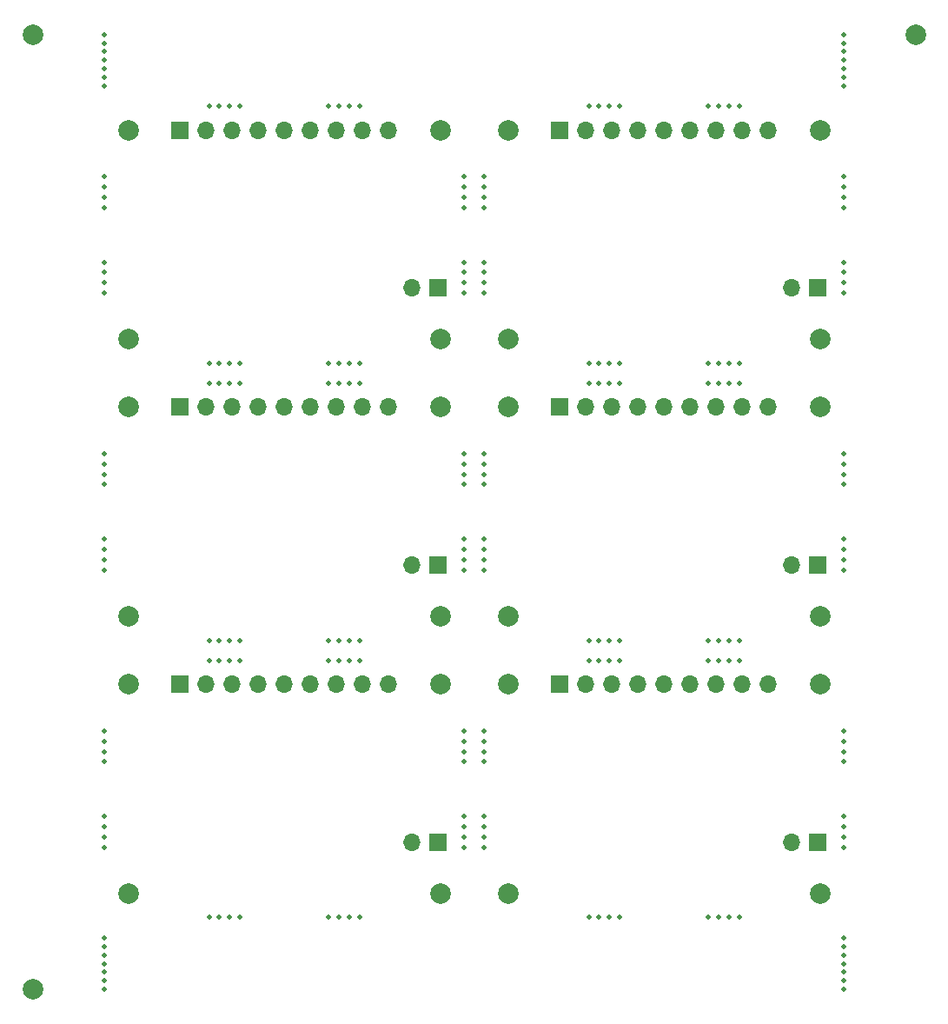
<source format=gbr>
%TF.GenerationSoftware,KiCad,Pcbnew,8.0.3*%
%TF.CreationDate,2024-12-25T16:19:31+08:00*%
%TF.ProjectId,ICM-42688_Panelized,49434d2d-3432-4363-9838-5f50616e656c,rev?*%
%TF.SameCoordinates,Original*%
%TF.FileFunction,Soldermask,Bot*%
%TF.FilePolarity,Negative*%
%FSLAX46Y46*%
G04 Gerber Fmt 4.6, Leading zero omitted, Abs format (unit mm)*
G04 Created by KiCad (PCBNEW 8.0.3) date 2024-12-25 16:19:31*
%MOMM*%
%LPD*%
G01*
G04 APERTURE LIST*
%ADD10C,0.500000*%
%ADD11R,1.700000X1.700000*%
%ADD12O,1.700000X1.700000*%
%ADD13C,2.000000*%
%ADD14C,1.000000*%
G04 APERTURE END LIST*
D10*
%TO.C,KiKit_MB_23_3*%
X123666667Y-79000000D03*
%TD*%
D11*
%TO.C,JP1*%
X182010000Y-71700000D03*
D12*
X179470000Y-71700000D03*
%TD*%
D10*
%TO.C,KiKit_MB_8_1*%
X137333333Y-52000000D03*
%TD*%
%TO.C,KiKit_MB_33_3*%
X112500000Y-88833333D03*
%TD*%
%TO.C,KiKit_MB_13_2*%
X160666666Y-27000000D03*
%TD*%
%TO.C,KiKit_MB_52_3*%
X184500000Y-109666666D03*
%TD*%
%TO.C,KiKit_MB_51_1*%
X112500000Y-108000000D03*
%TD*%
%TO.C,KiKit_MB_25_3*%
X149500000Y-61833333D03*
%TD*%
%TO.C,KiKit_MB_12_2*%
X184500000Y-43166666D03*
%TD*%
%TO.C,KiKit_MB_46_3*%
X173333333Y-81000000D03*
%TD*%
%TO.C,KiKit_MB_16_2*%
X173333333Y-52000000D03*
%TD*%
%TO.C,KiKit_MB_18_3*%
X112500000Y-70166666D03*
%TD*%
%TO.C,KiKit_MB_8_4*%
X134333333Y-52000000D03*
%TD*%
%TO.C,KiKit_MB_17_2*%
X112500000Y-62833333D03*
%TD*%
%TO.C,KiKit_MB_17_4*%
X112500000Y-60833333D03*
%TD*%
D13*
%TO.C,H4*%
X114800000Y-49700000D03*
%TD*%
D10*
%TO.C,KiKit_MB_9_1*%
X149500000Y-36833334D03*
%TD*%
%TO.C,KiKit_MB_12_3*%
X184500000Y-44166666D03*
%TD*%
%TO.C,KiKit_MB_15_4*%
X159666666Y-52000000D03*
%TD*%
%TO.C,KiKit_MB_52_5*%
X184500000Y-111333333D03*
%TD*%
%TO.C,KiKit_MB_32_2*%
X173333333Y-79000000D03*
%TD*%
%TO.C,KiKit_MB_9_4*%
X149500000Y-33833334D03*
%TD*%
%TO.C,KiKit_MB_22_1*%
X134333333Y-54000000D03*
%TD*%
%TO.C,KiKit_MB_22_2*%
X135333333Y-54000000D03*
%TD*%
%TO.C,KiKit_MB_7_4*%
X122666667Y-52000000D03*
%TD*%
%TO.C,KiKit_MB_11_2*%
X184500000Y-34833334D03*
%TD*%
D11*
%TO.C,JP1*%
X145010000Y-71700000D03*
D12*
X142470000Y-71700000D03*
%TD*%
D10*
%TO.C,KiKit_MB_33_2*%
X112500000Y-89833333D03*
%TD*%
D13*
%TO.C,H3*%
X182200000Y-103700000D03*
%TD*%
D10*
%TO.C,KiKit_MB_44_1*%
X184500000Y-96166666D03*
%TD*%
%TO.C,KiKit_MB_24_2*%
X136333333Y-79000000D03*
%TD*%
D13*
%TO.C,H1*%
X151800000Y-83300000D03*
%TD*%
D10*
%TO.C,KiKit_MB_17_3*%
X112500000Y-61833333D03*
%TD*%
%TO.C,KiKit_MB_34_4*%
X112500000Y-96166666D03*
%TD*%
%TO.C,KiKit_MB_19_1*%
X147500000Y-60833333D03*
%TD*%
%TO.C,KiKit_MB_49_2*%
X112500000Y-20833334D03*
%TD*%
%TO.C,KiKit_MB_8_2*%
X136333333Y-52000000D03*
%TD*%
%TO.C,KiKit_MB_28_2*%
X184500000Y-70166666D03*
%TD*%
%TO.C,KiKit_MB_49_6*%
X112500000Y-24166667D03*
%TD*%
%TO.C,KiKit_MB_15_1*%
X162666666Y-52000000D03*
%TD*%
%TO.C,KiKit_MB_47_3*%
X160666666Y-106000000D03*
%TD*%
%TO.C,KiKit_MB_3_3*%
X147500000Y-35833334D03*
%TD*%
%TO.C,KiKit_MB_16_4*%
X171333333Y-52000000D03*
%TD*%
%TO.C,KiKit_MB_14_4*%
X174333333Y-27000000D03*
%TD*%
%TO.C,KiKit_MB_52_4*%
X184500000Y-110500000D03*
%TD*%
%TO.C,KiKit_MB_45_3*%
X161666666Y-81000000D03*
%TD*%
%TO.C,KiKit_MB_35_2*%
X147500000Y-88833333D03*
%TD*%
%TO.C,KiKit_MB_52_1*%
X184500000Y-108000000D03*
%TD*%
D13*
%TO.C,H2*%
X182200000Y-29300000D03*
%TD*%
D10*
%TO.C,KiKit_MB_9_2*%
X149500000Y-35833334D03*
%TD*%
%TO.C,KiKit_MB_12_1*%
X184500000Y-42166666D03*
%TD*%
D13*
%TO.C,H1*%
X151800000Y-29300000D03*
%TD*%
D11*
%TO.C,JP1*%
X182010000Y-98700000D03*
D12*
X179470000Y-98700000D03*
%TD*%
D10*
%TO.C,KiKit_MB_18_4*%
X112500000Y-69166666D03*
%TD*%
%TO.C,KiKit_MB_35_1*%
X147500000Y-87833333D03*
%TD*%
D13*
%TO.C,H2*%
X145200000Y-29300000D03*
%TD*%
D10*
%TO.C,KiKit_MB_16_1*%
X174333333Y-52000000D03*
%TD*%
D11*
%TO.C,J1*%
X156850000Y-56300000D03*
D12*
X159390000Y-56300000D03*
X161930000Y-56300000D03*
X164470000Y-56300000D03*
X167010000Y-56300000D03*
X169550000Y-56300000D03*
X172090000Y-56300000D03*
X174630000Y-56300000D03*
X177170000Y-56300000D03*
%TD*%
D10*
%TO.C,KiKit_MB_29_1*%
X159666666Y-54000000D03*
%TD*%
D11*
%TO.C,J1*%
X119850000Y-83300000D03*
D12*
X122390000Y-83300000D03*
X124930000Y-83300000D03*
X127470000Y-83300000D03*
X130010000Y-83300000D03*
X132550000Y-83300000D03*
X135090000Y-83300000D03*
X137630000Y-83300000D03*
X140170000Y-83300000D03*
%TD*%
D10*
%TO.C,KiKit_MB_46_1*%
X171333333Y-81000000D03*
%TD*%
%TO.C,KiKit_MB_4_3*%
X147500000Y-44166666D03*
%TD*%
%TO.C,KiKit_MB_6_4*%
X137333333Y-27000000D03*
%TD*%
%TO.C,KiKit_MB_2_4*%
X112500000Y-42166666D03*
%TD*%
D13*
%TO.C,H2*%
X182200000Y-56300000D03*
%TD*%
D10*
%TO.C,KiKit_MB_20_2*%
X147500000Y-70166666D03*
%TD*%
%TO.C,KiKit_MB_3_2*%
X147500000Y-34833334D03*
%TD*%
%TO.C,KiKit_MB_25_1*%
X149500000Y-63833333D03*
%TD*%
%TO.C,KiKit_MB_22_4*%
X137333333Y-54000000D03*
%TD*%
D11*
%TO.C,J1*%
X119850000Y-56300000D03*
D12*
X122390000Y-56300000D03*
X124930000Y-56300000D03*
X127470000Y-56300000D03*
X130010000Y-56300000D03*
X132550000Y-56300000D03*
X135090000Y-56300000D03*
X137630000Y-56300000D03*
X140170000Y-56300000D03*
%TD*%
D10*
%TO.C,KiKit_MB_48_3*%
X172333333Y-106000000D03*
%TD*%
%TO.C,KiKit_MB_49_5*%
X112500000Y-23333334D03*
%TD*%
%TO.C,KiKit_MB_15_3*%
X160666666Y-52000000D03*
%TD*%
%TO.C,KiKit_MB_47_1*%
X162666666Y-106000000D03*
%TD*%
%TO.C,KiKit_MB_1_3*%
X112500000Y-34833334D03*
%TD*%
%TO.C,KiKit_MB_42_2*%
X149500000Y-98166666D03*
%TD*%
D13*
%TO.C,KiKit_TO_3*%
X105500000Y-113000000D03*
%TD*%
D10*
%TO.C,KiKit_MB_50_4*%
X184500000Y-22500000D03*
%TD*%
%TO.C,KiKit_MB_24_4*%
X134333333Y-79000000D03*
%TD*%
%TO.C,KiKit_MB_20_3*%
X147500000Y-71166666D03*
%TD*%
D13*
%TO.C,H4*%
X114800000Y-103700000D03*
%TD*%
D10*
%TO.C,KiKit_MB_26_3*%
X149500000Y-70166666D03*
%TD*%
D13*
%TO.C,H1*%
X151800000Y-56300000D03*
%TD*%
D10*
%TO.C,KiKit_MB_13_3*%
X161666666Y-27000000D03*
%TD*%
%TO.C,KiKit_MB_29_3*%
X161666666Y-54000000D03*
%TD*%
%TO.C,KiKit_MB_40_3*%
X135333333Y-106000000D03*
%TD*%
%TO.C,KiKit_MB_40_4*%
X134333333Y-106000000D03*
%TD*%
%TO.C,KiKit_MB_43_4*%
X184500000Y-90833333D03*
%TD*%
%TO.C,KiKit_MB_52_2*%
X184500000Y-108833333D03*
%TD*%
%TO.C,KiKit_MB_21_4*%
X125666667Y-54000000D03*
%TD*%
%TO.C,KiKit_MB_39_1*%
X125666667Y-106000000D03*
%TD*%
%TO.C,KiKit_MB_29_4*%
X162666666Y-54000000D03*
%TD*%
D13*
%TO.C,H4*%
X151800000Y-103700000D03*
%TD*%
D10*
%TO.C,KiKit_MB_43_2*%
X184500000Y-88833333D03*
%TD*%
%TO.C,KiKit_MB_42_3*%
X149500000Y-97166666D03*
%TD*%
%TO.C,KiKit_MB_20_4*%
X147500000Y-72166666D03*
%TD*%
%TO.C,KiKit_MB_3_1*%
X147500000Y-33833334D03*
%TD*%
%TO.C,KiKit_MB_4_1*%
X147500000Y-42166666D03*
%TD*%
%TO.C,KiKit_MB_36_3*%
X147500000Y-98166666D03*
%TD*%
%TO.C,KiKit_MB_50_6*%
X184500000Y-24166667D03*
%TD*%
%TO.C,KiKit_MB_4_4*%
X147500000Y-45166666D03*
%TD*%
D13*
%TO.C,H3*%
X145200000Y-76700000D03*
%TD*%
D11*
%TO.C,JP1*%
X145010000Y-44700000D03*
D12*
X142470000Y-44700000D03*
%TD*%
D10*
%TO.C,KiKit_MB_10_3*%
X149500000Y-43166666D03*
%TD*%
D13*
%TO.C,H3*%
X182200000Y-76700000D03*
%TD*%
D11*
%TO.C,J1*%
X156850000Y-83300000D03*
D12*
X159390000Y-83300000D03*
X161930000Y-83300000D03*
X164470000Y-83300000D03*
X167010000Y-83300000D03*
X169550000Y-83300000D03*
X172090000Y-83300000D03*
X174630000Y-83300000D03*
X177170000Y-83300000D03*
%TD*%
D10*
%TO.C,KiKit_MB_2_2*%
X112500000Y-44166666D03*
%TD*%
%TO.C,KiKit_MB_18_2*%
X112500000Y-71166666D03*
%TD*%
%TO.C,KiKit_MB_43_3*%
X184500000Y-89833333D03*
%TD*%
%TO.C,KiKit_MB_19_2*%
X147500000Y-61833333D03*
%TD*%
%TO.C,KiKit_MB_21_1*%
X122666667Y-54000000D03*
%TD*%
%TO.C,KiKit_MB_7_1*%
X125666667Y-52000000D03*
%TD*%
%TO.C,KiKit_MB_46_4*%
X174333333Y-81000000D03*
%TD*%
%TO.C,KiKit_MB_44_4*%
X184500000Y-99166666D03*
%TD*%
%TO.C,KiKit_MB_21_3*%
X124666667Y-54000000D03*
%TD*%
%TO.C,KiKit_MB_31_3*%
X160666666Y-79000000D03*
%TD*%
%TO.C,KiKit_MB_40_2*%
X136333333Y-106000000D03*
%TD*%
%TO.C,KiKit_MB_24_3*%
X135333333Y-79000000D03*
%TD*%
D13*
%TO.C,H4*%
X151800000Y-49700000D03*
%TD*%
D10*
%TO.C,KiKit_MB_21_2*%
X123666667Y-54000000D03*
%TD*%
%TO.C,KiKit_MB_51_4*%
X112500000Y-110500000D03*
%TD*%
%TO.C,KiKit_MB_25_4*%
X149500000Y-60833333D03*
%TD*%
D13*
%TO.C,KiKit_TO_1*%
X105500000Y-20000000D03*
%TD*%
D10*
%TO.C,KiKit_MB_18_1*%
X112500000Y-72166666D03*
%TD*%
%TO.C,KiKit_MB_7_3*%
X123666667Y-52000000D03*
%TD*%
%TO.C,KiKit_MB_14_2*%
X172333333Y-27000000D03*
%TD*%
%TO.C,KiKit_MB_26_1*%
X149500000Y-72166666D03*
%TD*%
%TO.C,KiKit_MB_19_3*%
X147500000Y-62833333D03*
%TD*%
D13*
%TO.C,H1*%
X114800000Y-56300000D03*
%TD*%
D10*
%TO.C,KiKit_MB_30_4*%
X174333333Y-54000000D03*
%TD*%
%TO.C,KiKit_MB_27_2*%
X184500000Y-61833333D03*
%TD*%
%TO.C,KiKit_MB_50_2*%
X184500000Y-20833334D03*
%TD*%
%TO.C,KiKit_MB_15_2*%
X161666666Y-52000000D03*
%TD*%
D11*
%TO.C,J1*%
X119850000Y-29300000D03*
D12*
X122390000Y-29300000D03*
X124930000Y-29300000D03*
X127470000Y-29300000D03*
X130010000Y-29300000D03*
X132550000Y-29300000D03*
X135090000Y-29300000D03*
X137630000Y-29300000D03*
X140170000Y-29300000D03*
%TD*%
D10*
%TO.C,KiKit_MB_13_1*%
X159666666Y-27000000D03*
%TD*%
%TO.C,KiKit_MB_5_4*%
X125666667Y-27000000D03*
%TD*%
%TO.C,KiKit_MB_34_2*%
X112500000Y-98166666D03*
%TD*%
%TO.C,KiKit_MB_44_2*%
X184500000Y-97166666D03*
%TD*%
%TO.C,KiKit_MB_11_3*%
X184500000Y-35833334D03*
%TD*%
%TO.C,KiKit_MB_11_1*%
X184500000Y-33833334D03*
%TD*%
%TO.C,KiKit_MB_5_1*%
X122666667Y-27000000D03*
%TD*%
%TO.C,KiKit_MB_24_1*%
X137333333Y-79000000D03*
%TD*%
%TO.C,KiKit_MB_1_1*%
X112500000Y-36833334D03*
%TD*%
%TO.C,KiKit_MB_2_3*%
X112500000Y-43166666D03*
%TD*%
%TO.C,KiKit_MB_51_6*%
X112500000Y-112166666D03*
%TD*%
%TO.C,KiKit_MB_11_4*%
X184500000Y-36833334D03*
%TD*%
%TO.C,KiKit_MB_51_7*%
X112500000Y-113000000D03*
%TD*%
%TO.C,KiKit_MB_38_1*%
X134333333Y-81000000D03*
%TD*%
%TO.C,KiKit_MB_37_2*%
X123666667Y-81000000D03*
%TD*%
%TO.C,KiKit_MB_41_3*%
X149500000Y-88833333D03*
%TD*%
%TO.C,KiKit_MB_49_1*%
X112500000Y-20000000D03*
%TD*%
%TO.C,KiKit_MB_26_4*%
X149500000Y-69166666D03*
%TD*%
%TO.C,KiKit_MB_36_2*%
X147500000Y-97166666D03*
%TD*%
%TO.C,KiKit_MB_27_4*%
X184500000Y-63833333D03*
%TD*%
%TO.C,KiKit_MB_43_1*%
X184500000Y-87833333D03*
%TD*%
%TO.C,KiKit_MB_8_3*%
X135333333Y-52000000D03*
%TD*%
%TO.C,KiKit_MB_2_1*%
X112500000Y-45166666D03*
%TD*%
%TO.C,KiKit_MB_32_4*%
X171333333Y-79000000D03*
%TD*%
D13*
%TO.C,H4*%
X114800000Y-76700000D03*
%TD*%
%TO.C,H3*%
X145200000Y-103700000D03*
%TD*%
D10*
%TO.C,KiKit_MB_14_1*%
X171333333Y-27000000D03*
%TD*%
%TO.C,KiKit_MB_41_2*%
X149500000Y-89833333D03*
%TD*%
D13*
%TO.C,H1*%
X114800000Y-83300000D03*
%TD*%
D10*
%TO.C,KiKit_MB_39_3*%
X123666667Y-106000000D03*
%TD*%
%TO.C,KiKit_MB_38_4*%
X137333333Y-81000000D03*
%TD*%
%TO.C,KiKit_MB_16_3*%
X172333333Y-52000000D03*
%TD*%
%TO.C,KiKit_MB_42_1*%
X149500000Y-99166666D03*
%TD*%
%TO.C,KiKit_MB_47_2*%
X161666666Y-106000000D03*
%TD*%
%TO.C,KiKit_MB_45_4*%
X162666666Y-81000000D03*
%TD*%
%TO.C,KiKit_MB_52_7*%
X184500000Y-113000000D03*
%TD*%
%TO.C,KiKit_MB_37_4*%
X125666667Y-81000000D03*
%TD*%
%TO.C,KiKit_MB_10_1*%
X149500000Y-45166666D03*
%TD*%
%TO.C,KiKit_MB_41_1*%
X149500000Y-90833333D03*
%TD*%
%TO.C,KiKit_MB_10_4*%
X149500000Y-42166666D03*
%TD*%
D11*
%TO.C,JP1*%
X182010000Y-44700000D03*
D12*
X179470000Y-44700000D03*
%TD*%
D10*
%TO.C,KiKit_MB_49_4*%
X112500000Y-22500000D03*
%TD*%
%TO.C,KiKit_MB_36_4*%
X147500000Y-99166666D03*
%TD*%
%TO.C,KiKit_MB_35_4*%
X147500000Y-90833333D03*
%TD*%
%TO.C,KiKit_MB_49_3*%
X112500000Y-21666667D03*
%TD*%
%TO.C,KiKit_MB_49_7*%
X112500000Y-25000000D03*
%TD*%
D13*
%TO.C,H2*%
X182200000Y-83300000D03*
%TD*%
D10*
%TO.C,KiKit_MB_46_2*%
X172333333Y-81000000D03*
%TD*%
%TO.C,KiKit_MB_37_1*%
X122666667Y-81000000D03*
%TD*%
D13*
%TO.C,H2*%
X145200000Y-83300000D03*
%TD*%
D10*
%TO.C,KiKit_MB_10_2*%
X149500000Y-44166666D03*
%TD*%
%TO.C,KiKit_MB_31_2*%
X161666666Y-79000000D03*
%TD*%
%TO.C,KiKit_MB_30_1*%
X171333333Y-54000000D03*
%TD*%
%TO.C,KiKit_MB_14_3*%
X173333333Y-27000000D03*
%TD*%
%TO.C,KiKit_MB_50_1*%
X184500000Y-20000000D03*
%TD*%
%TO.C,KiKit_MB_30_2*%
X172333333Y-54000000D03*
%TD*%
%TO.C,KiKit_MB_35_3*%
X147500000Y-89833333D03*
%TD*%
%TO.C,KiKit_MB_50_5*%
X184500000Y-23333334D03*
%TD*%
%TO.C,KiKit_MB_33_4*%
X112500000Y-87833333D03*
%TD*%
D13*
%TO.C,H3*%
X182200000Y-49700000D03*
%TD*%
%TO.C,H4*%
X151800000Y-76700000D03*
%TD*%
D11*
%TO.C,JP1*%
X145010000Y-98700000D03*
D12*
X142470000Y-98700000D03*
%TD*%
D10*
%TO.C,KiKit_MB_40_1*%
X137333333Y-106000000D03*
%TD*%
D13*
%TO.C,H2*%
X145200000Y-56300000D03*
%TD*%
D10*
%TO.C,KiKit_MB_38_2*%
X135333333Y-81000000D03*
%TD*%
%TO.C,KiKit_MB_19_4*%
X147500000Y-63833333D03*
%TD*%
%TO.C,KiKit_MB_51_3*%
X112500000Y-109666666D03*
%TD*%
%TO.C,KiKit_MB_26_2*%
X149500000Y-71166666D03*
%TD*%
%TO.C,KiKit_MB_6_1*%
X134333333Y-27000000D03*
%TD*%
%TO.C,KiKit_MB_51_5*%
X112500000Y-111333333D03*
%TD*%
%TO.C,KiKit_MB_25_2*%
X149500000Y-62833333D03*
%TD*%
%TO.C,KiKit_MB_51_2*%
X112500000Y-108833333D03*
%TD*%
%TO.C,KiKit_MB_41_4*%
X149500000Y-87833333D03*
%TD*%
%TO.C,KiKit_MB_22_3*%
X136333333Y-54000000D03*
%TD*%
%TO.C,KiKit_MB_27_1*%
X184500000Y-60833333D03*
%TD*%
%TO.C,KiKit_MB_45_2*%
X160666666Y-81000000D03*
%TD*%
%TO.C,KiKit_MB_5_2*%
X123666667Y-27000000D03*
%TD*%
%TO.C,KiKit_MB_5_3*%
X124666667Y-27000000D03*
%TD*%
D11*
%TO.C,J1*%
X156850000Y-29300000D03*
D12*
X159390000Y-29300000D03*
X161930000Y-29300000D03*
X164470000Y-29300000D03*
X167010000Y-29300000D03*
X169550000Y-29300000D03*
X172090000Y-29300000D03*
X174630000Y-29300000D03*
X177170000Y-29300000D03*
%TD*%
D10*
%TO.C,KiKit_MB_28_3*%
X184500000Y-71166666D03*
%TD*%
%TO.C,KiKit_MB_50_3*%
X184500000Y-21666667D03*
%TD*%
%TO.C,KiKit_MB_1_2*%
X112500000Y-35833334D03*
%TD*%
%TO.C,KiKit_MB_17_1*%
X112500000Y-63833333D03*
%TD*%
%TO.C,KiKit_MB_33_1*%
X112500000Y-90833333D03*
%TD*%
%TO.C,KiKit_MB_13_4*%
X162666666Y-27000000D03*
%TD*%
%TO.C,KiKit_MB_20_1*%
X147500000Y-69166666D03*
%TD*%
%TO.C,KiKit_MB_31_1*%
X162666666Y-79000000D03*
%TD*%
%TO.C,KiKit_MB_12_4*%
X184500000Y-45166666D03*
%TD*%
%TO.C,KiKit_MB_32_3*%
X172333333Y-79000000D03*
%TD*%
%TO.C,KiKit_MB_30_3*%
X173333333Y-54000000D03*
%TD*%
%TO.C,KiKit_MB_1_4*%
X112500000Y-33833334D03*
%TD*%
%TO.C,KiKit_MB_28_1*%
X184500000Y-69166666D03*
%TD*%
%TO.C,KiKit_MB_34_1*%
X112500000Y-99166666D03*
%TD*%
%TO.C,KiKit_MB_50_7*%
X184500000Y-25000000D03*
%TD*%
%TO.C,KiKit_MB_29_2*%
X160666666Y-54000000D03*
%TD*%
%TO.C,KiKit_MB_39_4*%
X122666667Y-106000000D03*
%TD*%
%TO.C,KiKit_MB_6_2*%
X135333333Y-27000000D03*
%TD*%
%TO.C,KiKit_MB_28_4*%
X184500000Y-72166666D03*
%TD*%
%TO.C,KiKit_MB_48_2*%
X173333333Y-106000000D03*
%TD*%
%TO.C,KiKit_MB_44_3*%
X184500000Y-98166666D03*
%TD*%
%TO.C,KiKit_MB_7_2*%
X124666667Y-52000000D03*
%TD*%
%TO.C,KiKit_MB_39_2*%
X124666667Y-106000000D03*
%TD*%
%TO.C,KiKit_MB_23_4*%
X122666667Y-79000000D03*
%TD*%
D13*
%TO.C,H3*%
X145200000Y-49700000D03*
%TD*%
D10*
%TO.C,KiKit_MB_45_1*%
X159666666Y-81000000D03*
%TD*%
D13*
%TO.C,KiKit_TO_2*%
X191500000Y-20000000D03*
%TD*%
D10*
%TO.C,KiKit_MB_23_2*%
X124666667Y-79000000D03*
%TD*%
%TO.C,KiKit_MB_42_4*%
X149500000Y-96166666D03*
%TD*%
%TO.C,KiKit_MB_32_1*%
X174333333Y-79000000D03*
%TD*%
%TO.C,KiKit_MB_48_4*%
X171333333Y-106000000D03*
%TD*%
%TO.C,KiKit_MB_52_6*%
X184500000Y-112166666D03*
%TD*%
%TO.C,KiKit_MB_36_1*%
X147500000Y-96166666D03*
%TD*%
%TO.C,KiKit_MB_9_3*%
X149500000Y-34833334D03*
%TD*%
%TO.C,KiKit_MB_6_3*%
X136333333Y-27000000D03*
%TD*%
%TO.C,KiKit_MB_47_4*%
X159666666Y-106000000D03*
%TD*%
%TO.C,KiKit_MB_27_3*%
X184500000Y-62833333D03*
%TD*%
%TO.C,KiKit_MB_37_3*%
X124666667Y-81000000D03*
%TD*%
%TO.C,KiKit_MB_34_3*%
X112500000Y-97166666D03*
%TD*%
%TO.C,KiKit_MB_4_2*%
X147500000Y-43166666D03*
%TD*%
%TO.C,KiKit_MB_23_1*%
X125666667Y-79000000D03*
%TD*%
%TO.C,KiKit_MB_38_3*%
X136333333Y-81000000D03*
%TD*%
%TO.C,KiKit_MB_3_4*%
X147500000Y-36833334D03*
%TD*%
%TO.C,KiKit_MB_31_4*%
X159666666Y-79000000D03*
%TD*%
%TO.C,KiKit_MB_48_1*%
X174333333Y-106000000D03*
%TD*%
D13*
%TO.C,H1*%
X114800000Y-29300000D03*
%TD*%
D14*
%TO.C,KiKit_FID_B_2*%
X191500000Y-20000000D03*
%TD*%
%TO.C,KiKit_FID_B_3*%
X105500000Y-113000000D03*
%TD*%
%TO.C,KiKit_FID_B_1*%
X105500000Y-20000000D03*
%TD*%
M02*

</source>
